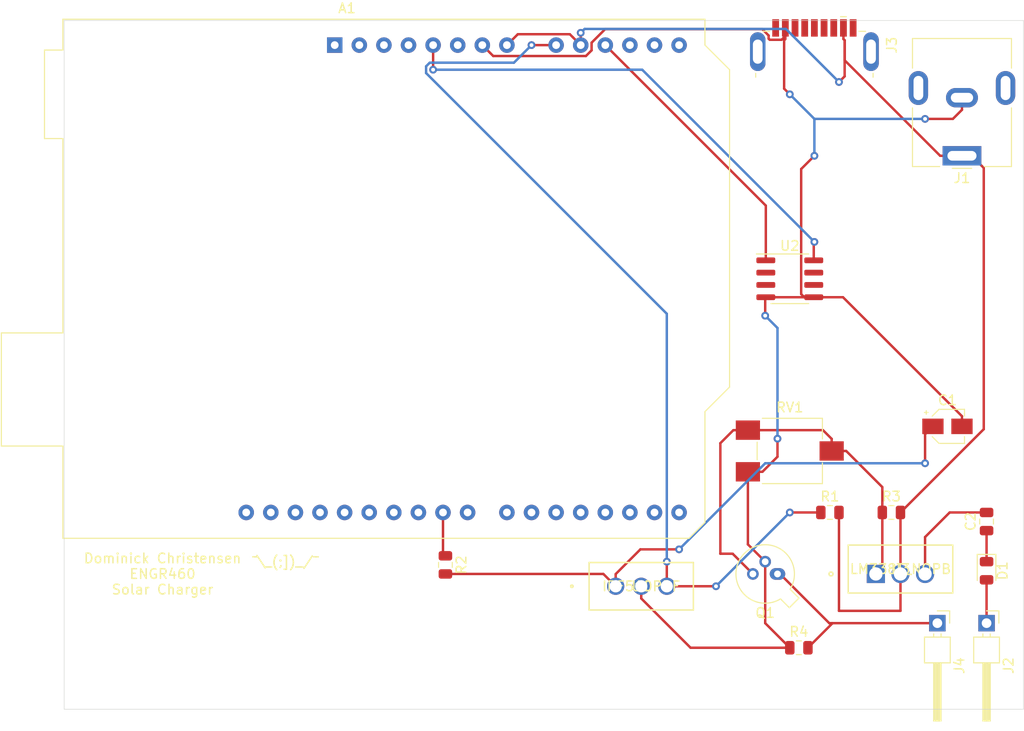
<source format=kicad_pcb>
(kicad_pcb (version 20171130) (host pcbnew "(5.1.5)-3")

  (general
    (thickness 1.6)
    (drawings 10)
    (tracks 138)
    (zones 0)
    (modules 17)
    (nets 40)
  )

  (page A4)
  (layers
    (0 F.Cu signal)
    (31 B.Cu signal)
    (32 B.Adhes user)
    (33 F.Adhes user)
    (34 B.Paste user)
    (35 F.Paste user)
    (36 B.SilkS user)
    (37 F.SilkS user)
    (38 B.Mask user)
    (39 F.Mask user)
    (40 Dwgs.User user)
    (41 Cmts.User user)
    (42 Eco1.User user)
    (43 Eco2.User user)
    (44 Edge.Cuts user)
    (45 Margin user)
    (46 B.CrtYd user)
    (47 F.CrtYd user)
    (48 B.Fab user)
    (49 F.Fab user)
  )

  (setup
    (last_trace_width 0.25)
    (trace_clearance 0.2)
    (zone_clearance 0.508)
    (zone_45_only no)
    (trace_min 0.2)
    (via_size 0.8)
    (via_drill 0.4)
    (via_min_size 0.4)
    (via_min_drill 0.3)
    (uvia_size 0.3)
    (uvia_drill 0.1)
    (uvias_allowed no)
    (uvia_min_size 0.2)
    (uvia_min_drill 0.1)
    (edge_width 0.05)
    (segment_width 0.2)
    (pcb_text_width 0.3)
    (pcb_text_size 1.5 1.5)
    (mod_edge_width 0.12)
    (mod_text_size 1 1)
    (mod_text_width 0.15)
    (pad_size 1.524 1.524)
    (pad_drill 0.762)
    (pad_to_mask_clearance 0.051)
    (solder_mask_min_width 0.25)
    (aux_axis_origin 0 0)
    (visible_elements FFFFFF7F)
    (pcbplotparams
      (layerselection 0x010fc_ffffffff)
      (usegerberextensions false)
      (usegerberattributes false)
      (usegerberadvancedattributes false)
      (creategerberjobfile false)
      (excludeedgelayer true)
      (linewidth 0.100000)
      (plotframeref false)
      (viasonmask false)
      (mode 1)
      (useauxorigin false)
      (hpglpennumber 1)
      (hpglpenspeed 20)
      (hpglpendiameter 15.000000)
      (psnegative false)
      (psa4output false)
      (plotreference true)
      (plotvalue true)
      (plotinvisibletext false)
      (padsonsilk false)
      (subtractmaskfromsilk false)
      (outputformat 1)
      (mirror false)
      (drillshape 0)
      (scaleselection 1)
      (outputdirectory "Goober/"))
  )

  (net 0 "")
  (net 1 "Net-(A1-Pad16)")
  (net 2 "Net-(A1-Pad15)")
  (net 3 "Net-(A1-Pad30)")
  (net 4 "Net-(A1-Pad14)")
  (net 5 "Net-(A1-Pad29)")
  (net 6 "Net-(A1-Pad13)")
  (net 7 "Net-(A1-Pad28)")
  (net 8 "Net-(A1-Pad12)")
  (net 9 "Net-(A1-Pad27)")
  (net 10 "Net-(A1-Pad11)")
  (net 11 "Net-(A1-Pad26)")
  (net 12 "Net-(A1-Pad10)")
  (net 13 "Net-(A1-Pad25)")
  (net 14 "Net-(A1-Pad9)")
  (net 15 "Net-(A1-Pad24)")
  (net 16 "Net-(A1-Pad23)")
  (net 17 GND)
  (net 18 "Net-(A1-Pad22)")
  (net 19 "Net-(A1-Pad6)")
  (net 20 "Net-(A1-Pad21)")
  (net 21 "Net-(A1-Pad5)")
  (net 22 "Net-(A1-Pad20)")
  (net 23 "Net-(A1-Pad4)")
  (net 24 "Net-(A1-Pad19)")
  (net 25 "Net-(A1-Pad3)")
  (net 26 "Net-(A1-Pad18)")
  (net 27 "Net-(A1-Pad2)")
  (net 28 "Net-(A1-Pad17)")
  (net 29 "Net-(A1-Pad1)")
  (net 30 "Net-(A1-Pad31)")
  (net 31 "Net-(A1-Pad32)")
  (net 32 "Net-(C1-Pad1)")
  (net 33 "Net-(C2-Pad2)")
  (net 34 "Net-(C2-Pad1)")
  (net 35 "Net-(D1-Pad2)")
  (net 36 "Net-(J3-Pad2)")
  (net 37 "Net-(J3-Pad5)")
  (net 38 "Net-(Q1-Pad3)")
  (net 39 "Net-(J4-Pad1)")

  (net_class Default "This is the default net class."
    (clearance 0.2)
    (trace_width 0.25)
    (via_dia 0.8)
    (via_drill 0.4)
    (uvia_dia 0.3)
    (uvia_drill 0.1)
    (add_net GND)
    (add_net "Net-(A1-Pad1)")
    (add_net "Net-(A1-Pad10)")
    (add_net "Net-(A1-Pad11)")
    (add_net "Net-(A1-Pad12)")
    (add_net "Net-(A1-Pad13)")
    (add_net "Net-(A1-Pad14)")
    (add_net "Net-(A1-Pad15)")
    (add_net "Net-(A1-Pad16)")
    (add_net "Net-(A1-Pad17)")
    (add_net "Net-(A1-Pad18)")
    (add_net "Net-(A1-Pad19)")
    (add_net "Net-(A1-Pad2)")
    (add_net "Net-(A1-Pad20)")
    (add_net "Net-(A1-Pad21)")
    (add_net "Net-(A1-Pad22)")
    (add_net "Net-(A1-Pad23)")
    (add_net "Net-(A1-Pad24)")
    (add_net "Net-(A1-Pad25)")
    (add_net "Net-(A1-Pad26)")
    (add_net "Net-(A1-Pad27)")
    (add_net "Net-(A1-Pad28)")
    (add_net "Net-(A1-Pad29)")
    (add_net "Net-(A1-Pad3)")
    (add_net "Net-(A1-Pad30)")
    (add_net "Net-(A1-Pad31)")
    (add_net "Net-(A1-Pad32)")
    (add_net "Net-(A1-Pad4)")
    (add_net "Net-(A1-Pad5)")
    (add_net "Net-(A1-Pad6)")
    (add_net "Net-(A1-Pad9)")
    (add_net "Net-(C1-Pad1)")
    (add_net "Net-(C2-Pad1)")
    (add_net "Net-(C2-Pad2)")
    (add_net "Net-(D1-Pad2)")
    (add_net "Net-(J3-Pad2)")
    (add_net "Net-(J3-Pad5)")
    (add_net "Net-(J4-Pad1)")
    (add_net "Net-(Q1-Pad3)")
  )

  (module Module:Arduino_UNO_R3 (layer F.Cu) (tedit 58AB60FC) (tstamp 5EA6CC50)
    (at 91.44 78.74)
    (descr "Arduino UNO R3, http://www.mouser.com/pdfdocs/Gravitech_Arduino_Nano3_0.pdf")
    (tags "Arduino UNO R3")
    (path /5EA659C9)
    (fp_text reference A1 (at 1.27 -3.81 180) (layer F.SilkS)
      (effects (font (size 1 1) (thickness 0.15)))
    )
    (fp_text value Arduino_UNO_R3 (at 0 22.86) (layer F.Fab)
      (effects (font (size 1 1) (thickness 0.15)))
    )
    (fp_line (start -27.94 -2.54) (end 38.1 -2.54) (layer F.Fab) (width 0.1))
    (fp_line (start -27.94 50.8) (end -27.94 -2.54) (layer F.Fab) (width 0.1))
    (fp_line (start 36.58 50.8) (end -27.94 50.8) (layer F.Fab) (width 0.1))
    (fp_line (start 38.1 49.28) (end 36.58 50.8) (layer F.Fab) (width 0.1))
    (fp_line (start 38.1 0) (end 40.64 2.54) (layer F.Fab) (width 0.1))
    (fp_line (start 38.1 -2.54) (end 38.1 0) (layer F.Fab) (width 0.1))
    (fp_line (start 40.64 35.31) (end 38.1 37.85) (layer F.Fab) (width 0.1))
    (fp_line (start 40.64 2.54) (end 40.64 35.31) (layer F.Fab) (width 0.1))
    (fp_line (start 38.1 37.85) (end 38.1 49.28) (layer F.Fab) (width 0.1))
    (fp_line (start -29.84 9.53) (end -29.84 0.64) (layer F.Fab) (width 0.1))
    (fp_line (start -16.51 9.53) (end -29.84 9.53) (layer F.Fab) (width 0.1))
    (fp_line (start -16.51 0.64) (end -16.51 9.53) (layer F.Fab) (width 0.1))
    (fp_line (start -29.84 0.64) (end -16.51 0.64) (layer F.Fab) (width 0.1))
    (fp_line (start -34.29 41.27) (end -34.29 29.84) (layer F.Fab) (width 0.1))
    (fp_line (start -18.41 41.27) (end -34.29 41.27) (layer F.Fab) (width 0.1))
    (fp_line (start -18.41 29.84) (end -18.41 41.27) (layer F.Fab) (width 0.1))
    (fp_line (start -34.29 29.84) (end -18.41 29.84) (layer F.Fab) (width 0.1))
    (fp_line (start 38.23 37.85) (end 40.77 35.31) (layer F.SilkS) (width 0.12))
    (fp_line (start 38.23 49.28) (end 38.23 37.85) (layer F.SilkS) (width 0.12))
    (fp_line (start 36.58 50.93) (end 38.23 49.28) (layer F.SilkS) (width 0.12))
    (fp_line (start -28.07 50.93) (end 36.58 50.93) (layer F.SilkS) (width 0.12))
    (fp_line (start -28.07 41.4) (end -28.07 50.93) (layer F.SilkS) (width 0.12))
    (fp_line (start -34.42 41.4) (end -28.07 41.4) (layer F.SilkS) (width 0.12))
    (fp_line (start -34.42 29.72) (end -34.42 41.4) (layer F.SilkS) (width 0.12))
    (fp_line (start -28.07 29.72) (end -34.42 29.72) (layer F.SilkS) (width 0.12))
    (fp_line (start -28.07 9.65) (end -28.07 29.72) (layer F.SilkS) (width 0.12))
    (fp_line (start -29.97 9.65) (end -28.07 9.65) (layer F.SilkS) (width 0.12))
    (fp_line (start -29.97 0.51) (end -29.97 9.65) (layer F.SilkS) (width 0.12))
    (fp_line (start -28.07 0.51) (end -29.97 0.51) (layer F.SilkS) (width 0.12))
    (fp_line (start -28.07 -2.67) (end -28.07 0.51) (layer F.SilkS) (width 0.12))
    (fp_line (start 38.23 -2.67) (end -28.07 -2.67) (layer F.SilkS) (width 0.12))
    (fp_line (start 38.23 0) (end 38.23 -2.67) (layer F.SilkS) (width 0.12))
    (fp_line (start 40.77 2.54) (end 38.23 0) (layer F.SilkS) (width 0.12))
    (fp_line (start 40.77 35.31) (end 40.77 2.54) (layer F.SilkS) (width 0.12))
    (fp_line (start -28.19 -2.79) (end 38.35 -2.79) (layer F.CrtYd) (width 0.05))
    (fp_line (start -28.19 0.38) (end -28.19 -2.79) (layer F.CrtYd) (width 0.05))
    (fp_line (start -30.1 0.38) (end -28.19 0.38) (layer F.CrtYd) (width 0.05))
    (fp_line (start -30.1 9.78) (end -30.1 0.38) (layer F.CrtYd) (width 0.05))
    (fp_line (start -28.19 9.78) (end -30.1 9.78) (layer F.CrtYd) (width 0.05))
    (fp_line (start -28.19 29.59) (end -28.19 9.78) (layer F.CrtYd) (width 0.05))
    (fp_line (start -34.54 29.59) (end -28.19 29.59) (layer F.CrtYd) (width 0.05))
    (fp_line (start -34.54 41.53) (end -34.54 29.59) (layer F.CrtYd) (width 0.05))
    (fp_line (start -28.19 41.53) (end -34.54 41.53) (layer F.CrtYd) (width 0.05))
    (fp_line (start -28.19 51.05) (end -28.19 41.53) (layer F.CrtYd) (width 0.05))
    (fp_line (start 36.58 51.05) (end -28.19 51.05) (layer F.CrtYd) (width 0.05))
    (fp_line (start 38.35 49.28) (end 36.58 51.05) (layer F.CrtYd) (width 0.05))
    (fp_line (start 38.35 37.85) (end 38.35 49.28) (layer F.CrtYd) (width 0.05))
    (fp_line (start 40.89 35.31) (end 38.35 37.85) (layer F.CrtYd) (width 0.05))
    (fp_line (start 40.89 2.54) (end 40.89 35.31) (layer F.CrtYd) (width 0.05))
    (fp_line (start 38.35 0) (end 40.89 2.54) (layer F.CrtYd) (width 0.05))
    (fp_line (start 38.35 -2.79) (end 38.35 0) (layer F.CrtYd) (width 0.05))
    (fp_text user %R (at 0 20.32 180) (layer F.Fab)
      (effects (font (size 1 1) (thickness 0.15)))
    )
    (pad 16 thru_hole oval (at 33.02 48.26 90) (size 1.6 1.6) (drill 0.8) (layers *.Cu *.Mask)
      (net 1 "Net-(A1-Pad16)"))
    (pad 15 thru_hole oval (at 35.56 48.26 90) (size 1.6 1.6) (drill 0.8) (layers *.Cu *.Mask)
      (net 2 "Net-(A1-Pad15)"))
    (pad 30 thru_hole oval (at -4.06 48.26 90) (size 1.6 1.6) (drill 0.8) (layers *.Cu *.Mask)
      (net 3 "Net-(A1-Pad30)"))
    (pad 14 thru_hole oval (at 35.56 0 90) (size 1.6 1.6) (drill 0.8) (layers *.Cu *.Mask)
      (net 4 "Net-(A1-Pad14)"))
    (pad 29 thru_hole oval (at -1.52 48.26 90) (size 1.6 1.6) (drill 0.8) (layers *.Cu *.Mask)
      (net 5 "Net-(A1-Pad29)"))
    (pad 13 thru_hole oval (at 33.02 0 90) (size 1.6 1.6) (drill 0.8) (layers *.Cu *.Mask)
      (net 6 "Net-(A1-Pad13)"))
    (pad 28 thru_hole oval (at 1.02 48.26 90) (size 1.6 1.6) (drill 0.8) (layers *.Cu *.Mask)
      (net 7 "Net-(A1-Pad28)"))
    (pad 12 thru_hole oval (at 30.48 0 90) (size 1.6 1.6) (drill 0.8) (layers *.Cu *.Mask)
      (net 8 "Net-(A1-Pad12)"))
    (pad 27 thru_hole oval (at 3.56 48.26 90) (size 1.6 1.6) (drill 0.8) (layers *.Cu *.Mask)
      (net 9 "Net-(A1-Pad27)"))
    (pad 11 thru_hole oval (at 27.94 0 90) (size 1.6 1.6) (drill 0.8) (layers *.Cu *.Mask)
      (net 10 "Net-(A1-Pad11)"))
    (pad 26 thru_hole oval (at 6.1 48.26 90) (size 1.6 1.6) (drill 0.8) (layers *.Cu *.Mask)
      (net 11 "Net-(A1-Pad26)"))
    (pad 10 thru_hole oval (at 25.4 0 90) (size 1.6 1.6) (drill 0.8) (layers *.Cu *.Mask)
      (net 12 "Net-(A1-Pad10)"))
    (pad 25 thru_hole oval (at 8.64 48.26 90) (size 1.6 1.6) (drill 0.8) (layers *.Cu *.Mask)
      (net 13 "Net-(A1-Pad25)"))
    (pad 9 thru_hole oval (at 22.86 0 90) (size 1.6 1.6) (drill 0.8) (layers *.Cu *.Mask)
      (net 14 "Net-(A1-Pad9)"))
    (pad 24 thru_hole oval (at 11.18 48.26 90) (size 1.6 1.6) (drill 0.8) (layers *.Cu *.Mask)
      (net 15 "Net-(A1-Pad24)"))
    (pad 8 thru_hole oval (at 17.78 0 90) (size 1.6 1.6) (drill 0.8) (layers *.Cu *.Mask)
      (net 12 "Net-(A1-Pad10)"))
    (pad 23 thru_hole oval (at 13.72 48.26 90) (size 1.6 1.6) (drill 0.8) (layers *.Cu *.Mask)
      (net 16 "Net-(A1-Pad23)"))
    (pad 7 thru_hole oval (at 15.24 0 90) (size 1.6 1.6) (drill 0.8) (layers *.Cu *.Mask)
      (net 17 GND))
    (pad 22 thru_hole oval (at 17.78 48.26 90) (size 1.6 1.6) (drill 0.8) (layers *.Cu *.Mask)
      (net 18 "Net-(A1-Pad22)"))
    (pad 6 thru_hole oval (at 12.7 0 90) (size 1.6 1.6) (drill 0.8) (layers *.Cu *.Mask)
      (net 19 "Net-(A1-Pad6)"))
    (pad 21 thru_hole oval (at 20.32 48.26 90) (size 1.6 1.6) (drill 0.8) (layers *.Cu *.Mask)
      (net 20 "Net-(A1-Pad21)"))
    (pad 5 thru_hole oval (at 10.16 0 90) (size 1.6 1.6) (drill 0.8) (layers *.Cu *.Mask)
      (net 21 "Net-(A1-Pad5)"))
    (pad 20 thru_hole oval (at 22.86 48.26 90) (size 1.6 1.6) (drill 0.8) (layers *.Cu *.Mask)
      (net 22 "Net-(A1-Pad20)"))
    (pad 4 thru_hole oval (at 7.62 0 90) (size 1.6 1.6) (drill 0.8) (layers *.Cu *.Mask)
      (net 23 "Net-(A1-Pad4)"))
    (pad 19 thru_hole oval (at 25.4 48.26 90) (size 1.6 1.6) (drill 0.8) (layers *.Cu *.Mask)
      (net 24 "Net-(A1-Pad19)"))
    (pad 3 thru_hole oval (at 5.08 0 90) (size 1.6 1.6) (drill 0.8) (layers *.Cu *.Mask)
      (net 25 "Net-(A1-Pad3)"))
    (pad 18 thru_hole oval (at 27.94 48.26 90) (size 1.6 1.6) (drill 0.8) (layers *.Cu *.Mask)
      (net 26 "Net-(A1-Pad18)"))
    (pad 2 thru_hole oval (at 2.54 0 90) (size 1.6 1.6) (drill 0.8) (layers *.Cu *.Mask)
      (net 27 "Net-(A1-Pad2)"))
    (pad 17 thru_hole oval (at 30.48 48.26 90) (size 1.6 1.6) (drill 0.8) (layers *.Cu *.Mask)
      (net 28 "Net-(A1-Pad17)"))
    (pad 1 thru_hole rect (at 0 0 90) (size 1.6 1.6) (drill 0.8) (layers *.Cu *.Mask)
      (net 29 "Net-(A1-Pad1)"))
    (pad 31 thru_hole oval (at -6.6 48.26 90) (size 1.6 1.6) (drill 0.8) (layers *.Cu *.Mask)
      (net 30 "Net-(A1-Pad31)"))
    (pad 32 thru_hole oval (at -9.14 48.26 90) (size 1.6 1.6) (drill 0.8) (layers *.Cu *.Mask)
      (net 31 "Net-(A1-Pad32)"))
    (model ${KISYS3DMOD}/Module.3dshapes/Arduino_UNO_R3.wrl
      (at (xyz 0 0 0))
      (scale (xyz 1 1 1))
      (rotate (xyz 0 0 0))
    )
  )

  (module Connector_BarrelJack:BarrelJack_CUI_PJ-063AH_Horizontal (layer F.Cu) (tedit 5B0886BD) (tstamp 5EA6CCB5)
    (at 156.21 90.17 180)
    (descr "Barrel Jack, 2.0mm ID, 5.5mm OD, 24V, 8A, no switch, https://www.cui.com/product/resource/pj-063ah.pdf")
    (tags "barrel jack cui dc power")
    (path /5EA8F449)
    (fp_text reference J1 (at 0 -2.3) (layer F.SilkS)
      (effects (font (size 1 1) (thickness 0.15)))
    )
    (fp_text value Barrel_Jack (at 0 13) (layer F.Fab)
      (effects (font (size 1 1) (thickness 0.15)))
    )
    (fp_text user %R (at 0 5.5) (layer F.Fab)
      (effects (font (size 1 1) (thickness 0.15)))
    )
    (fp_line (start 6 -1.5) (end -6 -1.5) (layer F.CrtYd) (width 0.05))
    (fp_line (start 6 12.5) (end 6 -1.5) (layer F.CrtYd) (width 0.05))
    (fp_line (start -6 12.5) (end 6 12.5) (layer F.CrtYd) (width 0.05))
    (fp_line (start -6 -1.5) (end -6 12.5) (layer F.CrtYd) (width 0.05))
    (fp_line (start -1 -1.3) (end 1 -1.3) (layer F.SilkS) (width 0.12))
    (fp_line (start -5.11 12.11) (end -5.11 9.05) (layer F.SilkS) (width 0.12))
    (fp_line (start 5.11 12.11) (end -5.11 12.11) (layer F.SilkS) (width 0.12))
    (fp_line (start 5.11 9.05) (end 5.11 12.11) (layer F.SilkS) (width 0.12))
    (fp_line (start 5.11 -1.11) (end 5.11 4.95) (layer F.SilkS) (width 0.12))
    (fp_line (start 2.3 -1.11) (end 5.11 -1.11) (layer F.SilkS) (width 0.12))
    (fp_line (start -5.11 -1.11) (end -2.3 -1.11) (layer F.SilkS) (width 0.12))
    (fp_line (start -5.11 4.95) (end -5.11 -1.11) (layer F.SilkS) (width 0.12))
    (fp_line (start -5 12) (end -5 -1) (layer F.Fab) (width 0.1))
    (fp_line (start 5 12) (end -5 12) (layer F.Fab) (width 0.1))
    (fp_line (start 5 -1) (end 5 12) (layer F.Fab) (width 0.1))
    (fp_line (start 1 -1) (end 5 -1) (layer F.Fab) (width 0.1))
    (fp_line (start 0 0) (end 1 -1) (layer F.Fab) (width 0.1))
    (fp_line (start -1 -1) (end 0 0) (layer F.Fab) (width 0.1))
    (fp_line (start -5 -1) (end -1 -1) (layer F.Fab) (width 0.1))
    (pad "" np_thru_hole circle (at 0 9 180) (size 1.6 1.6) (drill 1.6) (layers *.Cu *.Mask))
    (pad MP thru_hole oval (at 4.5 7 180) (size 2 3.5) (drill oval 1 2.5) (layers *.Cu *.Mask))
    (pad MP thru_hole oval (at -4.5 7 180) (size 2 3.5) (drill oval 1 2.5) (layers *.Cu *.Mask))
    (pad 2 thru_hole oval (at 0 6 180) (size 3.3 2) (drill oval 2.3 1) (layers *.Cu *.Mask)
      (net 17 GND))
    (pad 1 thru_hole rect (at 0 0 180) (size 4 2) (drill oval 3 1) (layers *.Cu *.Mask)
      (net 12 "Net-(A1-Pad10)"))
    (model ${KISYS3DMOD}/Connector_BarrelJack.3dshapes/BarrelJack_CUI_PJ-063AH_Horizontal.wrl
      (at (xyz 0 0 0))
      (scale (xyz 1 1 1))
      (rotate (xyz 0 0 0))
    )
  )

  (module 338:LM338T&slash_NOPB (layer F.Cu) (tedit 0) (tstamp 5EA6DD80)
    (at 147.32 133.35)
    (path /5EAA8688)
    (fp_text reference U3 (at 2.54 -0.508) (layer F.SilkS)
      (effects (font (size 1 1) (thickness 0.15)))
    )
    (fp_text value LM338T_NOPB (at 2.54 -0.508) (layer F.SilkS)
      (effects (font (size 1 1) (thickness 0.15)))
    )
    (fp_circle (center -2.2225 0) (end -2.0193 0) (layer F.Fab) (width 0.1524))
    (fp_circle (center -4.6355 0) (end -4.4323 0) (layer F.SilkS) (width 0.1524))
    (fp_line (start 8.0645 2.0955) (end -2.9845 2.0955) (layer F.CrtYd) (width 0.1524))
    (fp_line (start 8.0645 -3.1115) (end 8.0645 2.0955) (layer F.CrtYd) (width 0.1524))
    (fp_line (start -2.9845 -3.1115) (end 8.0645 -3.1115) (layer F.CrtYd) (width 0.1524))
    (fp_line (start -2.9845 2.0955) (end -2.9845 -3.1115) (layer F.CrtYd) (width 0.1524))
    (fp_line (start -2.7305 -2.8575) (end -2.7305 1.8415) (layer F.Fab) (width 0.1524))
    (fp_line (start 7.8105 -2.8575) (end -2.7305 -2.8575) (layer F.Fab) (width 0.1524))
    (fp_line (start 7.8105 1.8415) (end 7.8105 -2.8575) (layer F.Fab) (width 0.1524))
    (fp_line (start -2.7305 1.8415) (end 7.8105 1.8415) (layer F.Fab) (width 0.1524))
    (fp_line (start -2.8575 -2.9845) (end -2.8575 1.9685) (layer F.SilkS) (width 0.1524))
    (fp_line (start 7.9375 -2.9845) (end -2.8575 -2.9845) (layer F.SilkS) (width 0.1524))
    (fp_line (start 7.9375 1.9685) (end 7.9375 -2.9845) (layer F.SilkS) (width 0.1524))
    (fp_line (start -2.8575 1.9685) (end 7.9375 1.9685) (layer F.SilkS) (width 0.1524))
    (fp_line (start 0 0.254) (end 0 -0.254) (layer F.Fab) (width 0.1524))
    (fp_line (start -0.254 0) (end 0.254 0) (layer F.Fab) (width 0.1524))
    (fp_text user * (at 0 0) (layer F.Fab)
      (effects (font (size 1 1) (thickness 0.15)))
    )
    (fp_text user * (at 0 0) (layer F.SilkS)
      (effects (font (size 1 1) (thickness 0.15)))
    )
    (fp_text user "Copyright 2016 Accelerated Designs. All rights reserved." (at 0 0) (layer Cmts.User)
      (effects (font (size 0.127 0.127) (thickness 0.002)))
    )
    (pad 3 thru_hole circle (at 5.08 0) (size 1.8796 1.8796) (drill 1.3716) (layers *.Cu *.Mask)
      (net 33 "Net-(C2-Pad2)"))
    (pad 2 thru_hole circle (at 2.54 0) (size 1.8796 1.8796) (drill 1.3716) (layers *.Cu *.Mask)
      (net 12 "Net-(A1-Pad10)"))
    (pad 1 thru_hole rect (at 0 0) (size 1.8796 1.8796) (drill 1.3716) (layers *.Cu *.Mask)
      (net 38 "Net-(Q1-Pad3)"))
  )

  (module Package_SO:SOIC-8_3.9x4.9mm_P1.27mm (layer F.Cu) (tedit 5D9F72B1) (tstamp 5EA6F231)
    (at 138.43 102.87)
    (descr "SOIC, 8 Pin (JEDEC MS-012AA, https://www.analog.com/media/en/package-pcb-resources/package/pkg_pdf/soic_narrow-r/r_8.pdf), generated with kicad-footprint-generator ipc_gullwing_generator.py")
    (tags "SOIC SO")
    (path /5EA6455D)
    (attr smd)
    (fp_text reference U2 (at 0 -3.4) (layer F.SilkS)
      (effects (font (size 1 1) (thickness 0.15)))
    )
    (fp_text value TMP36xS (at 0 3.4) (layer F.Fab)
      (effects (font (size 1 1) (thickness 0.15)))
    )
    (fp_text user %R (at 0 0) (layer F.Fab)
      (effects (font (size 0.98 0.98) (thickness 0.15)))
    )
    (fp_line (start 3.7 -2.7) (end -3.7 -2.7) (layer F.CrtYd) (width 0.05))
    (fp_line (start 3.7 2.7) (end 3.7 -2.7) (layer F.CrtYd) (width 0.05))
    (fp_line (start -3.7 2.7) (end 3.7 2.7) (layer F.CrtYd) (width 0.05))
    (fp_line (start -3.7 -2.7) (end -3.7 2.7) (layer F.CrtYd) (width 0.05))
    (fp_line (start -1.95 -1.475) (end -0.975 -2.45) (layer F.Fab) (width 0.1))
    (fp_line (start -1.95 2.45) (end -1.95 -1.475) (layer F.Fab) (width 0.1))
    (fp_line (start 1.95 2.45) (end -1.95 2.45) (layer F.Fab) (width 0.1))
    (fp_line (start 1.95 -2.45) (end 1.95 2.45) (layer F.Fab) (width 0.1))
    (fp_line (start -0.975 -2.45) (end 1.95 -2.45) (layer F.Fab) (width 0.1))
    (fp_line (start 0 -2.56) (end -3.45 -2.56) (layer F.SilkS) (width 0.12))
    (fp_line (start 0 -2.56) (end 1.95 -2.56) (layer F.SilkS) (width 0.12))
    (fp_line (start 0 2.56) (end -1.95 2.56) (layer F.SilkS) (width 0.12))
    (fp_line (start 0 2.56) (end 1.95 2.56) (layer F.SilkS) (width 0.12))
    (pad 8 smd roundrect (at 2.475 -1.905) (size 1.95 0.6) (layers F.Cu F.Paste F.Mask) (roundrect_rratio 0.25)
      (net 21 "Net-(A1-Pad5)"))
    (pad 7 smd roundrect (at 2.475 -0.635) (size 1.95 0.6) (layers F.Cu F.Paste F.Mask) (roundrect_rratio 0.25))
    (pad 6 smd roundrect (at 2.475 0.635) (size 1.95 0.6) (layers F.Cu F.Paste F.Mask) (roundrect_rratio 0.25))
    (pad 5 smd roundrect (at 2.475 1.905) (size 1.95 0.6) (layers F.Cu F.Paste F.Mask) (roundrect_rratio 0.25)
      (net 17 GND))
    (pad 4 smd roundrect (at -2.475 1.905) (size 1.95 0.6) (layers F.Cu F.Paste F.Mask) (roundrect_rratio 0.25)
      (net 17 GND))
    (pad 3 smd roundrect (at -2.475 0.635) (size 1.95 0.6) (layers F.Cu F.Paste F.Mask) (roundrect_rratio 0.25))
    (pad 2 smd roundrect (at -2.475 -0.635) (size 1.95 0.6) (layers F.Cu F.Paste F.Mask) (roundrect_rratio 0.25))
    (pad 1 smd roundrect (at -2.475 -1.905) (size 1.95 0.6) (layers F.Cu F.Paste F.Mask) (roundrect_rratio 0.25)
      (net 10 "Net-(A1-Pad11)"))
    (model ${KISYS3DMOD}/Package_SO.3dshapes/SOIC-8_3.9x4.9mm_P1.27mm.wrl
      (at (xyz 0 0 0))
      (scale (xyz 1 1 1))
      (rotate (xyz 0 0 0))
    )
  )

  (module IRF:IRF510PBF (layer F.Cu) (tedit 0) (tstamp 5EA6DD02)
    (at 125.73 134.62)
    (path /5EA68987)
    (fp_text reference U1 (at -2.64 0) (layer F.SilkS)
      (effects (font (size 1 1) (thickness 0.15)))
    )
    (fp_text value IRF510PBF (at -2.64 0) (layer F.SilkS)
      (effects (font (size 1 1) (thickness 0.15)))
    )
    (fp_circle (center -9.8028 0) (end -9.6758 0) (layer F.SilkS) (width 0.1524))
    (fp_circle (center -7.6438 0) (end -7.5168 0) (layer F.Fab) (width 0.1524))
    (fp_line (start 2.8718 -2.5781) (end -8.1518 -2.5781) (layer F.CrtYd) (width 0.1524))
    (fp_line (start 2.8718 2.5781) (end 2.8718 -2.5781) (layer F.CrtYd) (width 0.1524))
    (fp_line (start -8.1518 2.5781) (end 2.8718 2.5781) (layer F.CrtYd) (width 0.1524))
    (fp_line (start -8.1518 -2.5781) (end -8.1518 2.5781) (layer F.CrtYd) (width 0.1524))
    (fp_line (start -7.8978 -2.3241) (end -7.8978 2.3241) (layer F.Fab) (width 0.1524))
    (fp_line (start 2.6178 -2.3241) (end -7.8978 -2.3241) (layer F.Fab) (width 0.1524))
    (fp_line (start 2.6178 2.3241) (end 2.6178 -2.3241) (layer F.Fab) (width 0.1524))
    (fp_line (start -7.8978 2.3241) (end 2.6178 2.3241) (layer F.Fab) (width 0.1524))
    (fp_line (start -8.0248 -2.4511) (end -8.0248 2.4511) (layer F.SilkS) (width 0.1524))
    (fp_line (start 2.7448 -2.4511) (end -8.0248 -2.4511) (layer F.SilkS) (width 0.1524))
    (fp_line (start 2.7448 2.4511) (end 2.7448 -2.4511) (layer F.SilkS) (width 0.1524))
    (fp_line (start -8.0248 2.4511) (end 2.7448 2.4511) (layer F.SilkS) (width 0.1524))
    (fp_line (start -5.279999 0.254) (end -5.279999 -0.254) (layer F.Fab) (width 0.1524))
    (fp_line (start -5.533999 0) (end -5.025999 0) (layer F.Fab) (width 0.1524))
    (fp_text user * (at 0 0) (layer F.Fab)
      (effects (font (size 1 1) (thickness 0.15)))
    )
    (fp_text user * (at 0 0) (layer F.SilkS)
      (effects (font (size 1 1) (thickness 0.15)))
    )
    (fp_text user "Copyright 2016 Accelerated Designs. All rights reserved." (at 0 0) (layer Cmts.User)
      (effects (font (size 0.127 0.127) (thickness 0.002)))
    )
    (pad 3 thru_hole circle (at 0 0) (size 1.778 1.778) (drill 1.27) (layers *.Cu *.Mask)
      (net 14 "Net-(A1-Pad9)"))
    (pad 2 thru_hole circle (at -2.64 0) (size 1.778 1.778) (drill 1.27) (layers *.Cu *.Mask)
      (net 17 GND))
    (pad 1 thru_hole circle (at -5.279999 0) (size 1.778 1.778) (drill 1.27) (layers *.Cu *.Mask)
      (net 32 "Net-(C1-Pad1)"))
  )

  (module Potentiometer_SMD:Potentiometer_ACP_CA6-VSMD_Vertical (layer F.Cu) (tedit 5A3D7171) (tstamp 5EA6E21B)
    (at 138.43 120.65)
    (descr "Potentiometer, vertical, ACP CA6-VSMD, http://www.acptechnologies.com/wp-content/uploads/2017/06/01-ACP-CA6.pdf")
    (tags "Potentiometer vertical ACP CA6-VSMD")
    (path /5EABA054)
    (attr smd)
    (fp_text reference RV1 (at 0 -4.5) (layer F.SilkS)
      (effects (font (size 1 1) (thickness 0.15)))
    )
    (fp_text value R_POT (at 0 4.5) (layer F.Fab)
      (effects (font (size 1 1) (thickness 0.15)))
    )
    (fp_text user %R (at -2.25 0 90) (layer F.Fab)
      (effects (font (size 1 1) (thickness 0.15)))
    )
    (fp_line (start 5.85 -3.5) (end -5.85 -3.5) (layer F.CrtYd) (width 0.05))
    (fp_line (start 5.85 3.5) (end 5.85 -3.5) (layer F.CrtYd) (width 0.05))
    (fp_line (start -5.85 3.5) (end 5.85 3.5) (layer F.CrtYd) (width 0.05))
    (fp_line (start -5.85 -3.5) (end -5.85 3.5) (layer F.CrtYd) (width 0.05))
    (fp_line (start 3.37 1.24) (end 3.37 3.37) (layer F.SilkS) (width 0.12))
    (fp_line (start 3.37 -3.371) (end 3.37 -1.24) (layer F.SilkS) (width 0.12))
    (fp_line (start -3.37 -0.909) (end -3.37 0.91) (layer F.SilkS) (width 0.12))
    (fp_line (start -2.834 3.37) (end 3.37 3.37) (layer F.SilkS) (width 0.12))
    (fp_line (start -2.834 -3.371) (end 3.37 -3.371) (layer F.SilkS) (width 0.12))
    (fp_line (start 3.25 -3.25) (end -3.25 -3.25) (layer F.Fab) (width 0.1))
    (fp_line (start 3.25 3.25) (end 3.25 -3.25) (layer F.Fab) (width 0.1))
    (fp_line (start -3.25 3.25) (end 3.25 3.25) (layer F.Fab) (width 0.1))
    (fp_line (start -3.25 -3.25) (end -3.25 3.25) (layer F.Fab) (width 0.1))
    (fp_circle (center 0.275 0) (end 1.175 0) (layer F.Fab) (width 0.1))
    (pad 1 smd rect (at -4.325 2.15) (size 2.5 2) (layers F.Cu F.Paste F.Mask)
      (net 17 GND))
    (pad 2 smd rect (at 4.325 0) (size 2.5 2) (layers F.Cu F.Paste F.Mask)
      (net 38 "Net-(Q1-Pad3)"))
    (pad 3 smd rect (at -4.325 -2.15) (size 2.5 2) (layers F.Cu F.Paste F.Mask)
      (net 38 "Net-(Q1-Pad3)"))
    (model ${KISYS3DMOD}/Potentiometer_SMD.3dshapes/Potentiometer_ACP_CA6-VSMD_Vertical.wrl
      (at (xyz 0 0 0))
      (scale (xyz 1 1 1))
      (rotate (xyz 0 0 0))
    )
  )

  (module Resistor_SMD:R_0805_2012Metric (layer F.Cu) (tedit 5B36C52B) (tstamp 5EA6F036)
    (at 139.3675 140.97)
    (descr "Resistor SMD 0805 (2012 Metric), square (rectangular) end terminal, IPC_7351 nominal, (Body size source: https://docs.google.com/spreadsheets/d/1BsfQQcO9C6DZCsRaXUlFlo91Tg2WpOkGARC1WS5S8t0/edit?usp=sharing), generated with kicad-footprint-generator")
    (tags resistor)
    (path /5EAC6C04)
    (attr smd)
    (fp_text reference R4 (at 0 -1.65) (layer F.SilkS)
      (effects (font (size 1 1) (thickness 0.15)))
    )
    (fp_text value R (at 0 1.65) (layer F.Fab)
      (effects (font (size 1 1) (thickness 0.15)))
    )
    (fp_text user %R (at 0 0) (layer F.Fab)
      (effects (font (size 0.5 0.5) (thickness 0.08)))
    )
    (fp_line (start 1.68 0.95) (end -1.68 0.95) (layer F.CrtYd) (width 0.05))
    (fp_line (start 1.68 -0.95) (end 1.68 0.95) (layer F.CrtYd) (width 0.05))
    (fp_line (start -1.68 -0.95) (end 1.68 -0.95) (layer F.CrtYd) (width 0.05))
    (fp_line (start -1.68 0.95) (end -1.68 -0.95) (layer F.CrtYd) (width 0.05))
    (fp_line (start -0.258578 0.71) (end 0.258578 0.71) (layer F.SilkS) (width 0.12))
    (fp_line (start -0.258578 -0.71) (end 0.258578 -0.71) (layer F.SilkS) (width 0.12))
    (fp_line (start 1 0.6) (end -1 0.6) (layer F.Fab) (width 0.1))
    (fp_line (start 1 -0.6) (end 1 0.6) (layer F.Fab) (width 0.1))
    (fp_line (start -1 -0.6) (end 1 -0.6) (layer F.Fab) (width 0.1))
    (fp_line (start -1 0.6) (end -1 -0.6) (layer F.Fab) (width 0.1))
    (pad 2 smd roundrect (at 0.9375 0) (size 0.975 1.4) (layers F.Cu F.Paste F.Mask) (roundrect_rratio 0.25)
      (net 39 "Net-(J4-Pad1)"))
    (pad 1 smd roundrect (at -0.9375 0) (size 0.975 1.4) (layers F.Cu F.Paste F.Mask) (roundrect_rratio 0.25)
      (net 17 GND))
    (model ${KISYS3DMOD}/Resistor_SMD.3dshapes/R_0805_2012Metric.wrl
      (at (xyz 0 0 0))
      (scale (xyz 1 1 1))
      (rotate (xyz 0 0 0))
    )
  )

  (module Resistor_SMD:R_0805_2012Metric (layer F.Cu) (tedit 5B36C52B) (tstamp 5EA6CD74)
    (at 148.9225 127)
    (descr "Resistor SMD 0805 (2012 Metric), square (rectangular) end terminal, IPC_7351 nominal, (Body size source: https://docs.google.com/spreadsheets/d/1BsfQQcO9C6DZCsRaXUlFlo91Tg2WpOkGARC1WS5S8t0/edit?usp=sharing), generated with kicad-footprint-generator")
    (tags resistor)
    (path /5EAB3882)
    (attr smd)
    (fp_text reference R3 (at 0 -1.65) (layer F.SilkS)
      (effects (font (size 1 1) (thickness 0.15)))
    )
    (fp_text value R (at 0 1.65) (layer F.Fab)
      (effects (font (size 1 1) (thickness 0.15)))
    )
    (fp_text user %R (at 0 0) (layer F.Fab)
      (effects (font (size 0.5 0.5) (thickness 0.08)))
    )
    (fp_line (start 1.68 0.95) (end -1.68 0.95) (layer F.CrtYd) (width 0.05))
    (fp_line (start 1.68 -0.95) (end 1.68 0.95) (layer F.CrtYd) (width 0.05))
    (fp_line (start -1.68 -0.95) (end 1.68 -0.95) (layer F.CrtYd) (width 0.05))
    (fp_line (start -1.68 0.95) (end -1.68 -0.95) (layer F.CrtYd) (width 0.05))
    (fp_line (start -0.258578 0.71) (end 0.258578 0.71) (layer F.SilkS) (width 0.12))
    (fp_line (start -0.258578 -0.71) (end 0.258578 -0.71) (layer F.SilkS) (width 0.12))
    (fp_line (start 1 0.6) (end -1 0.6) (layer F.Fab) (width 0.1))
    (fp_line (start 1 -0.6) (end 1 0.6) (layer F.Fab) (width 0.1))
    (fp_line (start -1 -0.6) (end 1 -0.6) (layer F.Fab) (width 0.1))
    (fp_line (start -1 0.6) (end -1 -0.6) (layer F.Fab) (width 0.1))
    (pad 2 smd roundrect (at 0.9375 0) (size 0.975 1.4) (layers F.Cu F.Paste F.Mask) (roundrect_rratio 0.25)
      (net 12 "Net-(A1-Pad10)"))
    (pad 1 smd roundrect (at -0.9375 0) (size 0.975 1.4) (layers F.Cu F.Paste F.Mask) (roundrect_rratio 0.25)
      (net 38 "Net-(Q1-Pad3)"))
    (model ${KISYS3DMOD}/Resistor_SMD.3dshapes/R_0805_2012Metric.wrl
      (at (xyz 0 0 0))
      (scale (xyz 1 1 1))
      (rotate (xyz 0 0 0))
    )
  )

  (module Resistor_SMD:R_0805_2012Metric (layer F.Cu) (tedit 5B36C52B) (tstamp 5EA6E38A)
    (at 102.87 132.4125 270)
    (descr "Resistor SMD 0805 (2012 Metric), square (rectangular) end terminal, IPC_7351 nominal, (Body size source: https://docs.google.com/spreadsheets/d/1BsfQQcO9C6DZCsRaXUlFlo91Tg2WpOkGARC1WS5S8t0/edit?usp=sharing), generated with kicad-footprint-generator")
    (tags resistor)
    (path /5EA6AE13)
    (attr smd)
    (fp_text reference R2 (at 0 -1.65 90) (layer F.SilkS)
      (effects (font (size 1 1) (thickness 0.15)))
    )
    (fp_text value R (at 0 1.65 90) (layer F.Fab)
      (effects (font (size 1 1) (thickness 0.15)))
    )
    (fp_text user %R (at 0 0 90) (layer F.Fab)
      (effects (font (size 0.5 0.5) (thickness 0.08)))
    )
    (fp_line (start 1.68 0.95) (end -1.68 0.95) (layer F.CrtYd) (width 0.05))
    (fp_line (start 1.68 -0.95) (end 1.68 0.95) (layer F.CrtYd) (width 0.05))
    (fp_line (start -1.68 -0.95) (end 1.68 -0.95) (layer F.CrtYd) (width 0.05))
    (fp_line (start -1.68 0.95) (end -1.68 -0.95) (layer F.CrtYd) (width 0.05))
    (fp_line (start -0.258578 0.71) (end 0.258578 0.71) (layer F.SilkS) (width 0.12))
    (fp_line (start -0.258578 -0.71) (end 0.258578 -0.71) (layer F.SilkS) (width 0.12))
    (fp_line (start 1 0.6) (end -1 0.6) (layer F.Fab) (width 0.1))
    (fp_line (start 1 -0.6) (end 1 0.6) (layer F.Fab) (width 0.1))
    (fp_line (start -1 -0.6) (end 1 -0.6) (layer F.Fab) (width 0.1))
    (fp_line (start -1 0.6) (end -1 -0.6) (layer F.Fab) (width 0.1))
    (pad 2 smd roundrect (at 0.9375 0 270) (size 0.975 1.4) (layers F.Cu F.Paste F.Mask) (roundrect_rratio 0.25)
      (net 32 "Net-(C1-Pad1)"))
    (pad 1 smd roundrect (at -0.9375 0 270) (size 0.975 1.4) (layers F.Cu F.Paste F.Mask) (roundrect_rratio 0.25)
      (net 15 "Net-(A1-Pad24)"))
    (model ${KISYS3DMOD}/Resistor_SMD.3dshapes/R_0805_2012Metric.wrl
      (at (xyz 0 0 0))
      (scale (xyz 1 1 1))
      (rotate (xyz 0 0 0))
    )
  )

  (module Resistor_SMD:R_0805_2012Metric (layer F.Cu) (tedit 5B36C52B) (tstamp 5EA6CD52)
    (at 142.5725 127)
    (descr "Resistor SMD 0805 (2012 Metric), square (rectangular) end terminal, IPC_7351 nominal, (Body size source: https://docs.google.com/spreadsheets/d/1BsfQQcO9C6DZCsRaXUlFlo91Tg2WpOkGARC1WS5S8t0/edit?usp=sharing), generated with kicad-footprint-generator")
    (tags resistor)
    (path /5EA82886)
    (attr smd)
    (fp_text reference R1 (at 0 -1.65) (layer F.SilkS)
      (effects (font (size 1 1) (thickness 0.15)))
    )
    (fp_text value R (at 0 1.65) (layer F.Fab)
      (effects (font (size 1 1) (thickness 0.15)))
    )
    (fp_text user %R (at 0 0) (layer F.Fab)
      (effects (font (size 0.5 0.5) (thickness 0.08)))
    )
    (fp_line (start 1.68 0.95) (end -1.68 0.95) (layer F.CrtYd) (width 0.05))
    (fp_line (start 1.68 -0.95) (end 1.68 0.95) (layer F.CrtYd) (width 0.05))
    (fp_line (start -1.68 -0.95) (end 1.68 -0.95) (layer F.CrtYd) (width 0.05))
    (fp_line (start -1.68 0.95) (end -1.68 -0.95) (layer F.CrtYd) (width 0.05))
    (fp_line (start -0.258578 0.71) (end 0.258578 0.71) (layer F.SilkS) (width 0.12))
    (fp_line (start -0.258578 -0.71) (end 0.258578 -0.71) (layer F.SilkS) (width 0.12))
    (fp_line (start 1 0.6) (end -1 0.6) (layer F.Fab) (width 0.1))
    (fp_line (start 1 -0.6) (end 1 0.6) (layer F.Fab) (width 0.1))
    (fp_line (start -1 -0.6) (end 1 -0.6) (layer F.Fab) (width 0.1))
    (fp_line (start -1 0.6) (end -1 -0.6) (layer F.Fab) (width 0.1))
    (pad 2 smd roundrect (at 0.9375 0) (size 0.975 1.4) (layers F.Cu F.Paste F.Mask) (roundrect_rratio 0.25)
      (net 12 "Net-(A1-Pad10)"))
    (pad 1 smd roundrect (at -0.9375 0) (size 0.975 1.4) (layers F.Cu F.Paste F.Mask) (roundrect_rratio 0.25)
      (net 14 "Net-(A1-Pad9)"))
    (model ${KISYS3DMOD}/Resistor_SMD.3dshapes/R_0805_2012Metric.wrl
      (at (xyz 0 0 0))
      (scale (xyz 1 1 1))
      (rotate (xyz 0 0 0))
    )
  )

  (module Package_TO_SOT_THT:TO-18-3 (layer F.Cu) (tedit 5A02FF81) (tstamp 5EA6CD41)
    (at 137.16 133.35 180)
    (descr TO-18-3)
    (tags TO-18-3)
    (path /5EAC7D2E)
    (fp_text reference Q1 (at 1.27 -4.02) (layer F.SilkS)
      (effects (font (size 1 1) (thickness 0.15)))
    )
    (fp_text value BC107 (at 1.27 4.02) (layer F.Fab)
      (effects (font (size 1 1) (thickness 0.15)))
    )
    (fp_arc (start 1.27 0) (end -0.312331 -2.572281) (angle 333.2) (layer F.SilkS) (width 0.12))
    (fp_arc (start 1.27 0) (end -0.329057 -2.419301) (angle 336.9) (layer F.Fab) (width 0.1))
    (fp_circle (center 1.27 0) (end 3.67 0) (layer F.Fab) (width 0.1))
    (fp_line (start 4.42 -3.5) (end -2.23 -3.5) (layer F.CrtYd) (width 0.05))
    (fp_line (start 4.42 3.15) (end 4.42 -3.5) (layer F.CrtYd) (width 0.05))
    (fp_line (start -2.23 3.15) (end 4.42 3.15) (layer F.CrtYd) (width 0.05))
    (fp_line (start -2.23 -3.5) (end -2.23 3.15) (layer F.CrtYd) (width 0.05))
    (fp_line (start -2.214448 -2.494499) (end -1.302281 -1.582331) (layer F.SilkS) (width 0.12))
    (fp_line (start -1.224499 -3.484448) (end -2.214448 -2.494499) (layer F.SilkS) (width 0.12))
    (fp_line (start -0.312331 -2.572281) (end -1.224499 -3.484448) (layer F.SilkS) (width 0.12))
    (fp_line (start -1.976616 -2.426372) (end -1.149301 -1.599057) (layer F.Fab) (width 0.1))
    (fp_line (start -1.156372 -3.246616) (end -1.976616 -2.426372) (layer F.Fab) (width 0.1))
    (fp_line (start -0.329057 -2.419301) (end -1.156372 -3.246616) (layer F.Fab) (width 0.1))
    (fp_text user %R (at 1.27 -4.02) (layer F.Fab)
      (effects (font (size 1 1) (thickness 0.15)))
    )
    (pad 3 thru_hole oval (at 2.54 0 180) (size 1.2 1.2) (drill 0.7) (layers *.Cu *.Mask)
      (net 38 "Net-(Q1-Pad3)"))
    (pad 2 thru_hole oval (at 1.27 1.27 180) (size 1.2 1.2) (drill 0.7) (layers *.Cu *.Mask)
      (net 17 GND))
    (pad 1 thru_hole oval (at 0 0 180) (size 1.6 1.2) (drill 0.7) (layers *.Cu *.Mask)
      (net 39 "Net-(J4-Pad1)"))
    (model ${KISYS3DMOD}/Package_TO_SOT_THT.3dshapes/TO-18-3.wrl
      (at (xyz 0 0 0))
      (scale (xyz 1 1 1))
      (rotate (xyz 0 0 0))
    )
  )

  (module Connector_PinHeader_2.54mm:PinHeader_1x01_P2.54mm_Horizontal (layer F.Cu) (tedit 59FED5CB) (tstamp 5EA6CD2C)
    (at 153.67 138.43 270)
    (descr "Through hole angled pin header, 1x01, 2.54mm pitch, 6mm pin length, single row")
    (tags "Through hole angled pin header THT 1x01 2.54mm single row")
    (path /5EB04762)
    (fp_text reference J4 (at 4.385 -2.27 90) (layer F.SilkS)
      (effects (font (size 1 1) (thickness 0.15)))
    )
    (fp_text value Conn_01x01_Male (at 4.385 2.27 90) (layer F.Fab)
      (effects (font (size 1 1) (thickness 0.15)))
    )
    (fp_text user %R (at 2.77 0) (layer F.Fab)
      (effects (font (size 1 1) (thickness 0.15)))
    )
    (fp_line (start 10.55 -1.8) (end -1.8 -1.8) (layer F.CrtYd) (width 0.05))
    (fp_line (start 10.55 1.8) (end 10.55 -1.8) (layer F.CrtYd) (width 0.05))
    (fp_line (start -1.8 1.8) (end 10.55 1.8) (layer F.CrtYd) (width 0.05))
    (fp_line (start -1.8 -1.8) (end -1.8 1.8) (layer F.CrtYd) (width 0.05))
    (fp_line (start -1.27 -1.27) (end 0 -1.27) (layer F.SilkS) (width 0.12))
    (fp_line (start -1.27 0) (end -1.27 -1.27) (layer F.SilkS) (width 0.12))
    (fp_line (start 1.11 0.38) (end 1.44 0.38) (layer F.SilkS) (width 0.12))
    (fp_line (start 1.11 -0.38) (end 1.44 -0.38) (layer F.SilkS) (width 0.12))
    (fp_line (start 4.1 0.28) (end 10.1 0.28) (layer F.SilkS) (width 0.12))
    (fp_line (start 4.1 0.16) (end 10.1 0.16) (layer F.SilkS) (width 0.12))
    (fp_line (start 4.1 0.04) (end 10.1 0.04) (layer F.SilkS) (width 0.12))
    (fp_line (start 4.1 -0.08) (end 10.1 -0.08) (layer F.SilkS) (width 0.12))
    (fp_line (start 4.1 -0.2) (end 10.1 -0.2) (layer F.SilkS) (width 0.12))
    (fp_line (start 4.1 -0.32) (end 10.1 -0.32) (layer F.SilkS) (width 0.12))
    (fp_line (start 10.1 0.38) (end 4.1 0.38) (layer F.SilkS) (width 0.12))
    (fp_line (start 10.1 -0.38) (end 10.1 0.38) (layer F.SilkS) (width 0.12))
    (fp_line (start 4.1 -0.38) (end 10.1 -0.38) (layer F.SilkS) (width 0.12))
    (fp_line (start 4.1 -1.33) (end 1.44 -1.33) (layer F.SilkS) (width 0.12))
    (fp_line (start 4.1 1.33) (end 4.1 -1.33) (layer F.SilkS) (width 0.12))
    (fp_line (start 1.44 1.33) (end 4.1 1.33) (layer F.SilkS) (width 0.12))
    (fp_line (start 1.44 -1.33) (end 1.44 1.33) (layer F.SilkS) (width 0.12))
    (fp_line (start 4.04 0.32) (end 10.04 0.32) (layer F.Fab) (width 0.1))
    (fp_line (start 10.04 -0.32) (end 10.04 0.32) (layer F.Fab) (width 0.1))
    (fp_line (start 4.04 -0.32) (end 10.04 -0.32) (layer F.Fab) (width 0.1))
    (fp_line (start -0.32 0.32) (end 1.5 0.32) (layer F.Fab) (width 0.1))
    (fp_line (start -0.32 -0.32) (end -0.32 0.32) (layer F.Fab) (width 0.1))
    (fp_line (start -0.32 -0.32) (end 1.5 -0.32) (layer F.Fab) (width 0.1))
    (fp_line (start 1.5 -0.635) (end 2.135 -1.27) (layer F.Fab) (width 0.1))
    (fp_line (start 1.5 1.27) (end 1.5 -0.635) (layer F.Fab) (width 0.1))
    (fp_line (start 4.04 1.27) (end 1.5 1.27) (layer F.Fab) (width 0.1))
    (fp_line (start 4.04 -1.27) (end 4.04 1.27) (layer F.Fab) (width 0.1))
    (fp_line (start 2.135 -1.27) (end 4.04 -1.27) (layer F.Fab) (width 0.1))
    (pad 1 thru_hole rect (at 0 0 270) (size 1.7 1.7) (drill 1) (layers *.Cu *.Mask)
      (net 39 "Net-(J4-Pad1)"))
    (model ${KISYS3DMOD}/Connector_PinHeader_2.54mm.3dshapes/PinHeader_1x01_P2.54mm_Horizontal.wrl
      (at (xyz 0 0 0))
      (scale (xyz 1 1 1))
      (rotate (xyz 0 0 0))
    )
  )

  (module Connector_USB:USB3_A_Plug_Wuerth_692112030100_Horizontal (layer F.Cu) (tedit 5A588E4B) (tstamp 5EA6CD06)
    (at 140.97 78.74 270)
    (descr "USB type A Plug, Horizontal, http://katalog.we-online.de/em/datasheet/692112030100.pdf")
    (tags "usb A plug horizontal")
    (path /5EAA39D4)
    (attr smd)
    (fp_text reference J3 (at 0 -8 90) (layer F.SilkS)
      (effects (font (size 1 1) (thickness 0.15)))
    )
    (fp_text value USB_A (at 0 8 90) (layer F.Fab)
      (effects (font (size 1 1) (thickness 0.15)))
    )
    (fp_line (start 18.98 6.5) (end 3.18 6.5) (layer F.CrtYd) (width 0.05))
    (fp_line (start 3.18 6.5) (end 3.18 7.15) (layer F.CrtYd) (width 0.05))
    (fp_line (start 3.18 7.15) (end -1.83 7.15) (layer F.CrtYd) (width 0.05))
    (fp_line (start -1.83 7.15) (end -1.83 4.85) (layer F.CrtYd) (width 0.05))
    (fp_line (start -1.83 4.85) (end -3.18 4.85) (layer F.CrtYd) (width 0.05))
    (fp_line (start 18.98 -6.5) (end 3.18 -6.5) (layer F.CrtYd) (width 0.05))
    (fp_line (start 18.475 6) (end 18.475 -6) (layer F.Fab) (width 0.1))
    (fp_line (start -2.935 -2.7) (end -2.935 -3.3) (layer F.SilkS) (width 0.12))
    (fp_line (start -1.425 4.61) (end -1.425 5.29) (layer F.SilkS) (width 0.12))
    (fp_line (start 3.315 6.06) (end 2.915 6.06) (layer F.SilkS) (width 0.12))
    (fp_line (start -0.725 -3) (end -0.325 -3.4) (layer F.Fab) (width 0.1))
    (fp_line (start 18.475 6) (end -0.325 6) (layer F.Fab) (width 0.1))
    (fp_line (start 18.98 6.5) (end 18.98 -6.5) (layer F.CrtYd) (width 0.05))
    (fp_text user %R (at 9.075 0 270) (layer F.Fab)
      (effects (font (size 1 1) (thickness 0.15)))
    )
    (fp_line (start 3.325 6) (end 3.325 -6) (layer Dwgs.User) (width 0.1))
    (fp_line (start -0.325 6) (end -0.325 -6) (layer F.Fab) (width 0.1))
    (fp_line (start 18.475 -6) (end -0.325 -6) (layer F.Fab) (width 0.1))
    (fp_line (start -0.725 -3) (end -0.325 -2.6) (layer F.Fab) (width 0.1))
    (fp_text user "PCB Edge" (at 2.675 0) (layer Dwgs.User)
      (effects (font (size 0.6 0.6) (thickness 0.09)))
    )
    (fp_line (start 3.315 -6.06) (end 2.915 -6.06) (layer F.SilkS) (width 0.12))
    (fp_line (start -1.425 -4.61) (end -1.425 -5.29) (layer F.SilkS) (width 0.12))
    (fp_line (start 3.18 -6.5) (end 3.18 -7.15) (layer F.CrtYd) (width 0.05))
    (fp_line (start 3.18 -7.15) (end -1.83 -7.15) (layer F.CrtYd) (width 0.05))
    (fp_line (start -1.83 -7.15) (end -1.83 -4.85) (layer F.CrtYd) (width 0.05))
    (fp_line (start -1.83 -4.85) (end -3.18 -4.85) (layer F.CrtYd) (width 0.05))
    (fp_line (start -3.18 -4.85) (end -3.18 4.85) (layer F.CrtYd) (width 0.05))
    (pad "" np_thru_hole circle (at 0.675 -2.25) (size 1.1 1.1) (drill 1.1) (layers *.Cu *.Mask))
    (pad "" np_thru_hole circle (at 0.675 2.25) (size 1.1 1.1) (drill 1.1) (layers *.Cu *.Mask))
    (pad 9 smd rect (at -1.775 -4 270) (size 1.8 0.7) (layers F.Cu F.Paste F.Mask))
    (pad 1 smd rect (at -1.775 -3) (size 0.7 1.8) (layers F.Cu F.Paste F.Mask)
      (net 12 "Net-(A1-Pad10)"))
    (pad 8 smd rect (at -1.775 -2) (size 0.7 1.8) (layers F.Cu F.Paste F.Mask))
    (pad 2 smd rect (at -1.775 -1) (size 0.7 1.8) (layers F.Cu F.Paste F.Mask)
      (net 36 "Net-(J3-Pad2)"))
    (pad 7 smd rect (at -1.775 0) (size 0.7 1.8) (layers F.Cu F.Paste F.Mask))
    (pad 3 smd rect (at -1.775 1) (size 0.7 1.8) (layers F.Cu F.Paste F.Mask)
      (net 36 "Net-(J3-Pad2)"))
    (pad 6 smd rect (at -1.775 2) (size 0.7 1.8) (layers F.Cu F.Paste F.Mask))
    (pad 4 smd rect (at -1.775 3) (size 0.7 1.8) (layers F.Cu F.Paste F.Mask)
      (net 17 GND))
    (pad 5 smd rect (at -1.775 4) (size 0.7 1.8) (layers F.Cu F.Paste F.Mask)
      (net 37 "Net-(J3-Pad5)"))
    (pad 10 thru_hole oval (at 0.675 -5.85) (size 1.6 4) (drill oval 1 2.5) (layers *.Cu *.Mask))
    (pad 10 thru_hole oval (at 0.675 5.85) (size 1.6 4) (drill oval 1 2.5) (layers *.Cu *.Mask))
    (model ${KISYS3DMOD}/Connector_USB.3dshapes/USB3_A_Plug_Wuerth_692112030100_Horizontal.wrl
      (at (xyz 0 0 0))
      (scale (xyz 1 1 1))
      (rotate (xyz 0 0 0))
    )
  )

  (module Connector_PinHeader_2.54mm:PinHeader_1x01_P2.54mm_Horizontal (layer F.Cu) (tedit 59FED5CB) (tstamp 5EA6CCDB)
    (at 158.75 138.43 270)
    (descr "Through hole angled pin header, 1x01, 2.54mm pitch, 6mm pin length, single row")
    (tags "Through hole angled pin header THT 1x01 2.54mm single row")
    (path /5EB0323A)
    (fp_text reference J2 (at 4.385 -2.27 90) (layer F.SilkS)
      (effects (font (size 1 1) (thickness 0.15)))
    )
    (fp_text value Conn_01x01_Male (at 4.385 2.27 90) (layer F.Fab)
      (effects (font (size 1 1) (thickness 0.15)))
    )
    (fp_text user %R (at 2.77 0) (layer F.Fab)
      (effects (font (size 1 1) (thickness 0.15)))
    )
    (fp_line (start 10.55 -1.8) (end -1.8 -1.8) (layer F.CrtYd) (width 0.05))
    (fp_line (start 10.55 1.8) (end 10.55 -1.8) (layer F.CrtYd) (width 0.05))
    (fp_line (start -1.8 1.8) (end 10.55 1.8) (layer F.CrtYd) (width 0.05))
    (fp_line (start -1.8 -1.8) (end -1.8 1.8) (layer F.CrtYd) (width 0.05))
    (fp_line (start -1.27 -1.27) (end 0 -1.27) (layer F.SilkS) (width 0.12))
    (fp_line (start -1.27 0) (end -1.27 -1.27) (layer F.SilkS) (width 0.12))
    (fp_line (start 1.11 0.38) (end 1.44 0.38) (layer F.SilkS) (width 0.12))
    (fp_line (start 1.11 -0.38) (end 1.44 -0.38) (layer F.SilkS) (width 0.12))
    (fp_line (start 4.1 0.28) (end 10.1 0.28) (layer F.SilkS) (width 0.12))
    (fp_line (start 4.1 0.16) (end 10.1 0.16) (layer F.SilkS) (width 0.12))
    (fp_line (start 4.1 0.04) (end 10.1 0.04) (layer F.SilkS) (width 0.12))
    (fp_line (start 4.1 -0.08) (end 10.1 -0.08) (layer F.SilkS) (width 0.12))
    (fp_line (start 4.1 -0.2) (end 10.1 -0.2) (layer F.SilkS) (width 0.12))
    (fp_line (start 4.1 -0.32) (end 10.1 -0.32) (layer F.SilkS) (width 0.12))
    (fp_line (start 10.1 0.38) (end 4.1 0.38) (layer F.SilkS) (width 0.12))
    (fp_line (start 10.1 -0.38) (end 10.1 0.38) (layer F.SilkS) (width 0.12))
    (fp_line (start 4.1 -0.38) (end 10.1 -0.38) (layer F.SilkS) (width 0.12))
    (fp_line (start 4.1 -1.33) (end 1.44 -1.33) (layer F.SilkS) (width 0.12))
    (fp_line (start 4.1 1.33) (end 4.1 -1.33) (layer F.SilkS) (width 0.12))
    (fp_line (start 1.44 1.33) (end 4.1 1.33) (layer F.SilkS) (width 0.12))
    (fp_line (start 1.44 -1.33) (end 1.44 1.33) (layer F.SilkS) (width 0.12))
    (fp_line (start 4.04 0.32) (end 10.04 0.32) (layer F.Fab) (width 0.1))
    (fp_line (start 10.04 -0.32) (end 10.04 0.32) (layer F.Fab) (width 0.1))
    (fp_line (start 4.04 -0.32) (end 10.04 -0.32) (layer F.Fab) (width 0.1))
    (fp_line (start -0.32 0.32) (end 1.5 0.32) (layer F.Fab) (width 0.1))
    (fp_line (start -0.32 -0.32) (end -0.32 0.32) (layer F.Fab) (width 0.1))
    (fp_line (start -0.32 -0.32) (end 1.5 -0.32) (layer F.Fab) (width 0.1))
    (fp_line (start 1.5 -0.635) (end 2.135 -1.27) (layer F.Fab) (width 0.1))
    (fp_line (start 1.5 1.27) (end 1.5 -0.635) (layer F.Fab) (width 0.1))
    (fp_line (start 4.04 1.27) (end 1.5 1.27) (layer F.Fab) (width 0.1))
    (fp_line (start 4.04 -1.27) (end 4.04 1.27) (layer F.Fab) (width 0.1))
    (fp_line (start 2.135 -1.27) (end 4.04 -1.27) (layer F.Fab) (width 0.1))
    (pad 1 thru_hole rect (at 0 0 270) (size 1.7 1.7) (drill 1) (layers *.Cu *.Mask)
      (net 35 "Net-(D1-Pad2)"))
    (model ${KISYS3DMOD}/Connector_PinHeader_2.54mm.3dshapes/PinHeader_1x01_P2.54mm_Horizontal.wrl
      (at (xyz 0 0 0))
      (scale (xyz 1 1 1))
      (rotate (xyz 0 0 0))
    )
  )

  (module Diode_SMD:D_0805_2012Metric (layer F.Cu) (tedit 5B36C52B) (tstamp 5EA6D4A0)
    (at 158.75 133.0175 270)
    (descr "Diode SMD 0805 (2012 Metric), square (rectangular) end terminal, IPC_7351 nominal, (Body size source: https://docs.google.com/spreadsheets/d/1BsfQQcO9C6DZCsRaXUlFlo91Tg2WpOkGARC1WS5S8t0/edit?usp=sharing), generated with kicad-footprint-generator")
    (tags diode)
    (path /5EB157E4)
    (attr smd)
    (fp_text reference D1 (at 0 -1.65 90) (layer F.SilkS)
      (effects (font (size 1 1) (thickness 0.15)))
    )
    (fp_text value D (at 0 1.65 90) (layer F.Fab)
      (effects (font (size 1 1) (thickness 0.15)))
    )
    (fp_text user %R (at 0 0 90) (layer F.Fab)
      (effects (font (size 0.5 0.5) (thickness 0.08)))
    )
    (fp_line (start 1.68 0.95) (end -1.68 0.95) (layer F.CrtYd) (width 0.05))
    (fp_line (start 1.68 -0.95) (end 1.68 0.95) (layer F.CrtYd) (width 0.05))
    (fp_line (start -1.68 -0.95) (end 1.68 -0.95) (layer F.CrtYd) (width 0.05))
    (fp_line (start -1.68 0.95) (end -1.68 -0.95) (layer F.CrtYd) (width 0.05))
    (fp_line (start -1.685 0.96) (end 1 0.96) (layer F.SilkS) (width 0.12))
    (fp_line (start -1.685 -0.96) (end -1.685 0.96) (layer F.SilkS) (width 0.12))
    (fp_line (start 1 -0.96) (end -1.685 -0.96) (layer F.SilkS) (width 0.12))
    (fp_line (start 1 0.6) (end 1 -0.6) (layer F.Fab) (width 0.1))
    (fp_line (start -1 0.6) (end 1 0.6) (layer F.Fab) (width 0.1))
    (fp_line (start -1 -0.3) (end -1 0.6) (layer F.Fab) (width 0.1))
    (fp_line (start -0.7 -0.6) (end -1 -0.3) (layer F.Fab) (width 0.1))
    (fp_line (start 1 -0.6) (end -0.7 -0.6) (layer F.Fab) (width 0.1))
    (pad 2 smd roundrect (at 0.9375 0 270) (size 0.975 1.4) (layers F.Cu F.Paste F.Mask) (roundrect_rratio 0.25)
      (net 35 "Net-(D1-Pad2)"))
    (pad 1 smd roundrect (at -0.9375 0 270) (size 0.975 1.4) (layers F.Cu F.Paste F.Mask) (roundrect_rratio 0.25)
      (net 34 "Net-(C2-Pad1)"))
    (model ${KISYS3DMOD}/Diode_SMD.3dshapes/D_0805_2012Metric.wrl
      (at (xyz 0 0 0))
      (scale (xyz 1 1 1))
      (rotate (xyz 0 0 0))
    )
  )

  (module Capacitor_SMD:C_0805_2012Metric (layer F.Cu) (tedit 5B36C52B) (tstamp 5EA6DA99)
    (at 158.75 127.9375 90)
    (descr "Capacitor SMD 0805 (2012 Metric), square (rectangular) end terminal, IPC_7351 nominal, (Body size source: https://docs.google.com/spreadsheets/d/1BsfQQcO9C6DZCsRaXUlFlo91Tg2WpOkGARC1WS5S8t0/edit?usp=sharing), generated with kicad-footprint-generator")
    (tags capacitor)
    (path /5EB23C08)
    (attr smd)
    (fp_text reference C2 (at 0 -1.65 90) (layer F.SilkS)
      (effects (font (size 1 1) (thickness 0.15)))
    )
    (fp_text value C (at 0 1.65 90) (layer F.Fab)
      (effects (font (size 1 1) (thickness 0.15)))
    )
    (fp_text user %R (at 0 0 90) (layer F.Fab)
      (effects (font (size 0.5 0.5) (thickness 0.08)))
    )
    (fp_line (start 1.68 0.95) (end -1.68 0.95) (layer F.CrtYd) (width 0.05))
    (fp_line (start 1.68 -0.95) (end 1.68 0.95) (layer F.CrtYd) (width 0.05))
    (fp_line (start -1.68 -0.95) (end 1.68 -0.95) (layer F.CrtYd) (width 0.05))
    (fp_line (start -1.68 0.95) (end -1.68 -0.95) (layer F.CrtYd) (width 0.05))
    (fp_line (start -0.258578 0.71) (end 0.258578 0.71) (layer F.SilkS) (width 0.12))
    (fp_line (start -0.258578 -0.71) (end 0.258578 -0.71) (layer F.SilkS) (width 0.12))
    (fp_line (start 1 0.6) (end -1 0.6) (layer F.Fab) (width 0.1))
    (fp_line (start 1 -0.6) (end 1 0.6) (layer F.Fab) (width 0.1))
    (fp_line (start -1 -0.6) (end 1 -0.6) (layer F.Fab) (width 0.1))
    (fp_line (start -1 0.6) (end -1 -0.6) (layer F.Fab) (width 0.1))
    (pad 2 smd roundrect (at 0.9375 0 90) (size 0.975 1.4) (layers F.Cu F.Paste F.Mask) (roundrect_rratio 0.25)
      (net 33 "Net-(C2-Pad2)"))
    (pad 1 smd roundrect (at -0.9375 0 90) (size 0.975 1.4) (layers F.Cu F.Paste F.Mask) (roundrect_rratio 0.25)
      (net 34 "Net-(C2-Pad1)"))
    (model ${KISYS3DMOD}/Capacitor_SMD.3dshapes/C_0805_2012Metric.wrl
      (at (xyz 0 0 0))
      (scale (xyz 1 1 1))
      (rotate (xyz 0 0 0))
    )
  )

  (module Capacitor_SMD:CP_Elec_3x5.3 (layer F.Cu) (tedit 5B303299) (tstamp 5EA6CC74)
    (at 154.71 118.11)
    (descr "SMT capacitor, aluminium electrolytic, 3x5.3, Cornell Dubilier Electronics ")
    (tags "Capacitor Electrolytic")
    (path /5EA6C936)
    (attr smd)
    (fp_text reference C1 (at 0 -2.7) (layer F.SilkS)
      (effects (font (size 1 1) (thickness 0.15)))
    )
    (fp_text value CP (at 0 2.7) (layer F.Fab)
      (effects (font (size 1 1) (thickness 0.15)))
    )
    (fp_text user %R (at 0 0) (layer F.Fab)
      (effects (font (size 0.6 0.6) (thickness 0.09)))
    )
    (fp_line (start -2.85 1.05) (end -1.78 1.05) (layer F.CrtYd) (width 0.05))
    (fp_line (start -2.85 -1.05) (end -2.85 1.05) (layer F.CrtYd) (width 0.05))
    (fp_line (start -1.78 -1.05) (end -2.85 -1.05) (layer F.CrtYd) (width 0.05))
    (fp_line (start -1.78 -1.05) (end -0.93 -1.9) (layer F.CrtYd) (width 0.05))
    (fp_line (start -1.78 1.05) (end -0.93 1.9) (layer F.CrtYd) (width 0.05))
    (fp_line (start -0.93 -1.9) (end 1.9 -1.9) (layer F.CrtYd) (width 0.05))
    (fp_line (start -0.93 1.9) (end 1.9 1.9) (layer F.CrtYd) (width 0.05))
    (fp_line (start 1.9 1.05) (end 1.9 1.9) (layer F.CrtYd) (width 0.05))
    (fp_line (start 2.85 1.05) (end 1.9 1.05) (layer F.CrtYd) (width 0.05))
    (fp_line (start 2.85 -1.05) (end 2.85 1.05) (layer F.CrtYd) (width 0.05))
    (fp_line (start 1.9 -1.05) (end 2.85 -1.05) (layer F.CrtYd) (width 0.05))
    (fp_line (start 1.9 -1.9) (end 1.9 -1.05) (layer F.CrtYd) (width 0.05))
    (fp_line (start -2.1875 -1.6225) (end -2.1875 -1.2475) (layer F.SilkS) (width 0.12))
    (fp_line (start -2.375 -1.435) (end -2 -1.435) (layer F.SilkS) (width 0.12))
    (fp_line (start -1.570563 1.06) (end -0.870563 1.76) (layer F.SilkS) (width 0.12))
    (fp_line (start -1.570563 -1.06) (end -0.870563 -1.76) (layer F.SilkS) (width 0.12))
    (fp_line (start -0.870563 1.76) (end 1.76 1.76) (layer F.SilkS) (width 0.12))
    (fp_line (start -0.870563 -1.76) (end 1.76 -1.76) (layer F.SilkS) (width 0.12))
    (fp_line (start 1.76 -1.76) (end 1.76 -1.06) (layer F.SilkS) (width 0.12))
    (fp_line (start 1.76 1.76) (end 1.76 1.06) (layer F.SilkS) (width 0.12))
    (fp_line (start -0.960469 -0.95) (end -0.960469 -0.65) (layer F.Fab) (width 0.1))
    (fp_line (start -1.110469 -0.8) (end -0.810469 -0.8) (layer F.Fab) (width 0.1))
    (fp_line (start -1.65 0.825) (end -0.825 1.65) (layer F.Fab) (width 0.1))
    (fp_line (start -1.65 -0.825) (end -0.825 -1.65) (layer F.Fab) (width 0.1))
    (fp_line (start -1.65 -0.825) (end -1.65 0.825) (layer F.Fab) (width 0.1))
    (fp_line (start -0.825 1.65) (end 1.65 1.65) (layer F.Fab) (width 0.1))
    (fp_line (start -0.825 -1.65) (end 1.65 -1.65) (layer F.Fab) (width 0.1))
    (fp_line (start 1.65 -1.65) (end 1.65 1.65) (layer F.Fab) (width 0.1))
    (fp_circle (center 0 0) (end 1.5 0) (layer F.Fab) (width 0.1))
    (pad 2 smd rect (at 1.5 0) (size 2.2 1.6) (layers F.Cu F.Paste F.Mask)
      (net 17 GND))
    (pad 1 smd rect (at -1.5 0) (size 2.2 1.6) (layers F.Cu F.Paste F.Mask)
      (net 32 "Net-(C1-Pad1)"))
    (model ${KISYS3DMOD}/Capacitor_SMD.3dshapes/CP_Elec_3x5.3.wrl
      (at (xyz 0 0 0))
      (scale (xyz 1 1 1))
      (rotate (xyz 0 0 0))
    )
  )

  (gr_text "¯\\_(;])_/¯" (at 86.36 132.08) (layer F.SilkS)
    (effects (font (size 1 1) (thickness 0.15)))
  )
  (gr_text "Dominick Christensen\nENGR460\nSolar Charger" (at 73.66 133.35) (layer F.SilkS)
    (effects (font (size 1 1) (thickness 0.15)))
  )
  (gr_line (start 162.56 147.32) (end 162.56 76.2) (layer Dwgs.User) (width 0.15) (tstamp 5EA6F8FD))
  (gr_line (start 63.5 147.32) (end 63.5 76.2) (layer Dwgs.User) (width 0.15) (tstamp 5EA6F8F0))
  (gr_line (start 63.5 147.32) (end 162.56 147.32) (layer Edge.Cuts) (width 0.05) (tstamp 5EA6D4F1))
  (gr_line (start 63.5 76.2) (end 63.5 147.32) (layer Edge.Cuts) (width 0.05))
  (gr_line (start 162.56 76.2) (end 63.5 76.2) (layer Edge.Cuts) (width 0.05))
  (gr_line (start 162.56 147.32) (end 162.56 76.2) (layer Edge.Cuts) (width 0.05))
  (gr_line (start 162.56 147.32) (end 63.5 147.32) (layer Dwgs.User) (width 0.15))
  (gr_line (start 63.5 76.2) (end 162.56 76.2) (layer Dwgs.User) (width 0.15))

  (segment (start 135.955 95.315) (end 119.38 78.74) (width 0.25) (layer F.Cu) (net 10))
  (segment (start 135.955 100.965) (end 135.955 95.315) (width 0.25) (layer F.Cu) (net 10))
  (segment (start 149.86 127) (end 149.86 133.35) (width 0.25) (layer F.Cu) (net 12))
  (segment (start 143.51 127) (end 143.51 137.16) (width 0.25) (layer F.Cu) (net 12))
  (segment (start 143.51 137.16) (end 149.86 137.16) (width 0.25) (layer F.Cu) (net 12))
  (segment (start 149.86 137.16) (end 149.86 133.35) (width 0.25) (layer F.Cu) (net 12))
  (segment (start 150.345527 126.514473) (end 149.86 127) (width 0.25) (layer F.Cu) (net 12))
  (segment (start 158.46 91.42) (end 158.46 118.4) (width 0.25) (layer F.Cu) (net 12))
  (segment (start 157.21 90.17) (end 158.46 91.42) (width 0.25) (layer F.Cu) (net 12))
  (segment (start 158.46 118.4) (end 150.345527 126.514473) (width 0.25) (layer F.Cu) (net 12))
  (segment (start 156.21 90.17) (end 157.21 90.17) (width 0.25) (layer F.Cu) (net 12))
  (segment (start 153.96 90.17) (end 144.095001 80.305001) (width 0.25) (layer F.Cu) (net 12))
  (segment (start 144.095001 80.305001) (end 144.095001 78.240001) (width 0.25) (layer F.Cu) (net 12))
  (segment (start 156.21 90.17) (end 153.96 90.17) (width 0.25) (layer F.Cu) (net 12))
  (segment (start 115.714999 77.614999) (end 116.040001 77.940001) (width 0.25) (layer F.Cu) (net 12))
  (segment (start 110.345001 77.614999) (end 115.714999 77.614999) (width 0.25) (layer F.Cu) (net 12))
  (segment (start 116.040001 77.940001) (end 116.84 78.74) (width 0.25) (layer F.Cu) (net 12))
  (segment (start 109.22 78.74) (end 110.345001 77.614999) (width 0.25) (layer F.Cu) (net 12))
  (via (at 116.84 77.47) (size 0.8) (drill 0.4) (layers F.Cu B.Cu) (net 12))
  (segment (start 116.84 78.74) (end 116.84 77.47) (width 0.25) (layer F.Cu) (net 12))
  (via (at 143.51 82.55) (size 0.8) (drill 0.4) (layers F.Cu B.Cu) (net 12))
  (segment (start 138.030001 77.070001) (end 143.51 82.55) (width 0.25) (layer B.Cu) (net 12))
  (segment (start 116.84 77.47) (end 117.239999 77.070001) (width 0.25) (layer B.Cu) (net 12))
  (segment (start 117.239999 77.070001) (end 138.030001 77.070001) (width 0.25) (layer B.Cu) (net 12))
  (segment (start 143.97 78.115) (end 143.97 76.965) (width 0.25) (layer F.Cu) (net 12))
  (segment (start 144.095001 78.240001) (end 143.97 78.115) (width 0.25) (layer F.Cu) (net 12))
  (segment (start 144.095001 81.964999) (end 144.095001 78.240001) (width 0.25) (layer F.Cu) (net 12))
  (segment (start 143.51 82.55) (end 144.095001 81.964999) (width 0.25) (layer F.Cu) (net 12))
  (via (at 130.81 134.62) (size 0.8) (drill 0.4) (layers F.Cu B.Cu) (net 14))
  (segment (start 125.73 134.62) (end 130.81 134.62) (width 0.25) (layer F.Cu) (net 14))
  (via (at 138.43 127) (size 0.8) (drill 0.4) (layers F.Cu B.Cu) (net 14))
  (segment (start 130.81 134.62) (end 138.43 127) (width 0.25) (layer B.Cu) (net 14))
  (segment (start 138.43 127) (end 141.635 127) (width 0.25) (layer F.Cu) (net 14))
  (via (at 111.76 78.74) (size 0.8) (drill 0.4) (layers F.Cu B.Cu) (net 14))
  (segment (start 114.3 78.74) (end 111.76 78.74) (width 0.25) (layer F.Cu) (net 14))
  (via (at 125.73 132.08) (size 0.8) (drill 0.4) (layers F.Cu B.Cu) (net 14))
  (segment (start 125.73 106.483002) (end 125.73 132.08) (width 0.25) (layer B.Cu) (net 14))
  (segment (start 109.945001 80.554999) (end 101.251999 80.554999) (width 0.25) (layer B.Cu) (net 14))
  (segment (start 100.874999 81.628001) (end 125.73 106.483002) (width 0.25) (layer B.Cu) (net 14))
  (segment (start 101.251999 80.554999) (end 100.874999 80.931999) (width 0.25) (layer B.Cu) (net 14))
  (segment (start 111.76 78.74) (end 109.945001 80.554999) (width 0.25) (layer B.Cu) (net 14))
  (segment (start 100.874999 80.931999) (end 100.874999 81.628001) (width 0.25) (layer B.Cu) (net 14))
  (segment (start 125.73 132.08) (end 125.73 134.62) (width 0.25) (layer F.Cu) (net 14))
  (segment (start 102.62 131.225) (end 102.87 131.475) (width 0.25) (layer F.Cu) (net 15))
  (segment (start 102.62 127) (end 102.62 131.225) (width 0.25) (layer F.Cu) (net 15))
  (segment (start 134.105 130.295) (end 135.89 132.08) (width 0.25) (layer F.Cu) (net 17))
  (segment (start 134.105 122.8) (end 134.105 130.295) (width 0.25) (layer F.Cu) (net 17))
  (segment (start 135.89 138.43) (end 138.43 140.97) (width 0.25) (layer F.Cu) (net 17))
  (segment (start 135.89 132.08) (end 135.89 138.43) (width 0.25) (layer F.Cu) (net 17))
  (segment (start 107.479999 79.539999) (end 106.68 78.74) (width 0.25) (layer F.Cu) (net 17))
  (segment (start 107.805001 79.865001) (end 107.479999 79.539999) (width 0.25) (layer F.Cu) (net 17))
  (segment (start 117.380001 79.865001) (end 107.805001 79.865001) (width 0.25) (layer F.Cu) (net 17))
  (segment (start 117.965001 79.280001) (end 117.380001 79.865001) (width 0.25) (layer F.Cu) (net 17))
  (segment (start 117.965001 78.489997) (end 117.965001 79.280001) (width 0.25) (layer F.Cu) (net 17))
  (segment (start 135.585994 77.08999) (end 119.365008 77.08999) (width 0.25) (layer F.Cu) (net 17))
  (segment (start 136.24501 77.749006) (end 135.585994 77.08999) (width 0.25) (layer F.Cu) (net 17))
  (segment (start 136.24501 78.075012) (end 136.24501 77.749006) (width 0.25) (layer F.Cu) (net 17))
  (segment (start 136.359999 78.190001) (end 136.24501 78.075012) (width 0.25) (layer F.Cu) (net 17))
  (segment (start 137.580001 78.190001) (end 136.359999 78.190001) (width 0.25) (layer F.Cu) (net 17))
  (segment (start 137.97 77.800002) (end 137.580001 78.190001) (width 0.25) (layer F.Cu) (net 17))
  (segment (start 119.365008 77.08999) (end 117.965001 78.489997) (width 0.25) (layer F.Cu) (net 17))
  (segment (start 137.97 76.965) (end 137.97 77.800002) (width 0.25) (layer F.Cu) (net 17))
  (segment (start 137.9425 140.97) (end 138.43 140.97) (width 0.25) (layer F.Cu) (net 17))
  (segment (start 128.182765 140.97) (end 137.9425 140.97) (width 0.25) (layer F.Cu) (net 17))
  (segment (start 123.09 135.877235) (end 128.182765 140.97) (width 0.25) (layer F.Cu) (net 17))
  (segment (start 123.09 134.62) (end 123.09 135.877235) (width 0.25) (layer F.Cu) (net 17))
  (segment (start 140.905 104.775) (end 135.955 104.775) (width 0.25) (layer F.Cu) (net 17))
  (segment (start 156.21 117.06) (end 156.21 118.11) (width 0.25) (layer F.Cu) (net 17))
  (segment (start 143.925 104.775) (end 156.21 117.06) (width 0.25) (layer F.Cu) (net 17))
  (segment (start 140.905 104.775) (end 143.925 104.775) (width 0.25) (layer F.Cu) (net 17))
  (via (at 137.16 119.38) (size 0.8) (drill 0.4) (layers F.Cu B.Cu) (net 17))
  (segment (start 137.16 121.245) (end 137.16 119.38) (width 0.25) (layer F.Cu) (net 17))
  (segment (start 134.105 122.8) (end 135.605 122.8) (width 0.25) (layer F.Cu) (net 17))
  (segment (start 135.605 122.8) (end 137.16 121.245) (width 0.25) (layer F.Cu) (net 17))
  (segment (start 137.16 119.38) (end 137.16 107.95) (width 0.25) (layer B.Cu) (net 17))
  (via (at 135.89 106.68) (size 0.8) (drill 0.4) (layers F.Cu B.Cu) (net 17))
  (segment (start 137.16 107.95) (end 135.89 106.68) (width 0.25) (layer B.Cu) (net 17))
  (segment (start 135.89 104.84) (end 135.955 104.775) (width 0.25) (layer F.Cu) (net 17))
  (segment (start 135.89 106.68) (end 135.89 104.84) (width 0.25) (layer F.Cu) (net 17))
  (via (at 152.4 86.36) (size 0.8) (drill 0.4) (layers F.Cu B.Cu) (net 17))
  (segment (start 155.27 86.36) (end 152.4 86.36) (width 0.25) (layer F.Cu) (net 17))
  (segment (start 156.21 84.17) (end 156.21 85.42) (width 0.25) (layer F.Cu) (net 17))
  (segment (start 156.21 85.42) (end 155.27 86.36) (width 0.25) (layer F.Cu) (net 17))
  (via (at 138.43 83.82) (size 0.8) (drill 0.4) (layers F.Cu B.Cu) (net 17))
  (segment (start 152.4 86.36) (end 140.97 86.36) (width 0.25) (layer B.Cu) (net 17))
  (segment (start 140.97 86.36) (end 138.43 83.82) (width 0.25) (layer B.Cu) (net 17))
  (segment (start 137.97 78.115) (end 137.97 76.965) (width 0.25) (layer F.Cu) (net 17))
  (segment (start 137.844999 78.240001) (end 137.97 78.115) (width 0.25) (layer F.Cu) (net 17))
  (segment (start 137.844999 83.234999) (end 137.844999 78.240001) (width 0.25) (layer F.Cu) (net 17))
  (segment (start 138.43 83.82) (end 137.844999 83.234999) (width 0.25) (layer F.Cu) (net 17))
  (via (at 140.97 90.17) (size 0.8) (drill 0.4) (layers F.Cu B.Cu) (net 17))
  (segment (start 139.60499 91.53501) (end 140.97 90.17) (width 0.25) (layer F.Cu) (net 17))
  (segment (start 140.905 104.775) (end 139.93 104.775) (width 0.25) (layer F.Cu) (net 17))
  (segment (start 139.60499 104.44999) (end 139.60499 91.53501) (width 0.25) (layer F.Cu) (net 17))
  (segment (start 139.93 104.775) (end 139.60499 104.44999) (width 0.25) (layer F.Cu) (net 17))
  (segment (start 140.97 90.17) (end 140.97 86.36) (width 0.25) (layer B.Cu) (net 17))
  (via (at 140.97 99.06) (size 0.8) (drill 0.4) (layers F.Cu B.Cu) (net 21))
  (segment (start 140.905 100.965) (end 140.905 99.125) (width 0.25) (layer F.Cu) (net 21))
  (segment (start 140.905 99.125) (end 140.97 99.06) (width 0.25) (layer F.Cu) (net 21))
  (via (at 101.6 81.28) (size 0.8) (drill 0.4) (layers F.Cu B.Cu) (net 21))
  (segment (start 140.97 99.06) (end 123.19 81.28) (width 0.25) (layer B.Cu) (net 21))
  (segment (start 123.19 81.28) (end 101.6 81.28) (width 0.25) (layer B.Cu) (net 21))
  (segment (start 101.6 81.28) (end 101.6 78.74) (width 0.25) (layer F.Cu) (net 21))
  (segment (start 119.180001 133.35) (end 120.450001 134.62) (width 0.25) (layer F.Cu) (net 32))
  (segment (start 102.87 133.35) (end 119.180001 133.35) (width 0.25) (layer F.Cu) (net 32))
  (segment (start 120.450001 133.362765) (end 123.002766 130.81) (width 0.25) (layer F.Cu) (net 32))
  (segment (start 120.450001 134.62) (end 120.450001 133.362765) (width 0.25) (layer F.Cu) (net 32))
  (via (at 127 130.81) (size 0.8) (drill 0.4) (layers F.Cu B.Cu) (net 32))
  (segment (start 123.002766 130.81) (end 127 130.81) (width 0.25) (layer F.Cu) (net 32))
  (via (at 152.4 121.92) (size 0.8) (drill 0.4) (layers F.Cu B.Cu) (net 32))
  (segment (start 127 130.81) (end 135.89 121.92) (width 0.25) (layer B.Cu) (net 32))
  (segment (start 135.89 121.92) (end 152.4 121.92) (width 0.25) (layer B.Cu) (net 32))
  (segment (start 152.4 118.92) (end 153.21 118.11) (width 0.25) (layer F.Cu) (net 32))
  (segment (start 152.4 121.92) (end 152.4 118.92) (width 0.25) (layer F.Cu) (net 32))
  (segment (start 152.4 133.35) (end 152.4 129.54) (width 0.25) (layer F.Cu) (net 33))
  (segment (start 154.94 127) (end 158.75 127) (width 0.25) (layer F.Cu) (net 33))
  (segment (start 152.4 129.54) (end 154.94 127) (width 0.25) (layer F.Cu) (net 33))
  (segment (start 158.75 132.08) (end 158.75 128.875) (width 0.25) (layer F.Cu) (net 34))
  (segment (start 158.75 133.955) (end 158.75 138.43) (width 0.25) (layer F.Cu) (net 35))
  (segment (start 147.985 132.685) (end 147.32 133.35) (width 0.25) (layer F.Cu) (net 38))
  (segment (start 147.985 127) (end 147.985 132.685) (width 0.25) (layer F.Cu) (net 38))
  (segment (start 147.985 126.3) (end 147.985 127) (width 0.25) (layer F.Cu) (net 38))
  (segment (start 147.985 124.38) (end 147.985 126.3) (width 0.25) (layer F.Cu) (net 38))
  (segment (start 144.255 120.65) (end 147.985 124.38) (width 0.25) (layer F.Cu) (net 38))
  (segment (start 142.755 120.65) (end 144.255 120.65) (width 0.25) (layer F.Cu) (net 38))
  (segment (start 142.755 119.4) (end 142.755 120.65) (width 0.25) (layer F.Cu) (net 38))
  (segment (start 141.855 118.5) (end 142.755 119.4) (width 0.25) (layer F.Cu) (net 38))
  (segment (start 134.105 118.5) (end 141.855 118.5) (width 0.25) (layer F.Cu) (net 38))
  (segment (start 132.529999 131.259999) (end 131.259999 131.259999) (width 0.25) (layer F.Cu) (net 38))
  (segment (start 134.62 133.35) (end 132.529999 131.259999) (width 0.25) (layer F.Cu) (net 38))
  (segment (start 132.605 118.5) (end 134.105 118.5) (width 0.25) (layer F.Cu) (net 38))
  (segment (start 131.259999 119.845001) (end 132.605 118.5) (width 0.25) (layer F.Cu) (net 38))
  (segment (start 131.259999 131.259999) (end 131.259999 119.845001) (width 0.25) (layer F.Cu) (net 38))
  (segment (start 142.845 138.43) (end 140.305 140.97) (width 0.25) (layer F.Cu) (net 39))
  (segment (start 153.67 138.43) (end 142.845 138.43) (width 0.25) (layer F.Cu) (net 39))
  (segment (start 142.845 138.43) (end 142.503608 138.43) (width 0.25) (layer F.Cu) (net 39))
  (segment (start 137.610009 133.536401) (end 137.610009 133.35) (width 0.25) (layer F.Cu) (net 39))
  (segment (start 142.503608 138.43) (end 137.610009 133.536401) (width 0.25) (layer F.Cu) (net 39))

)

</source>
